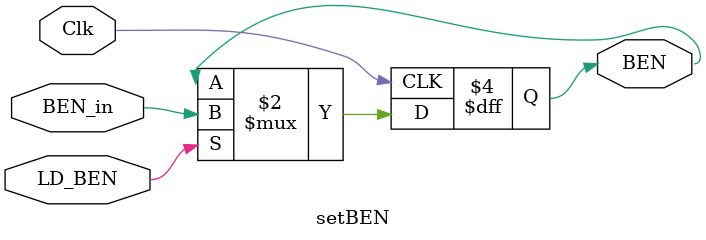
<source format=sv>
module setBEN(
	input logic Clk,
	input logic BEN_in,
	input logic LD_BEN,
	output logic BEN
	
);

always_ff @(posedge Clk)
begin
	if (LD_BEN)
		BEN <= BEN_in;
end	
	
endmodule

</source>
